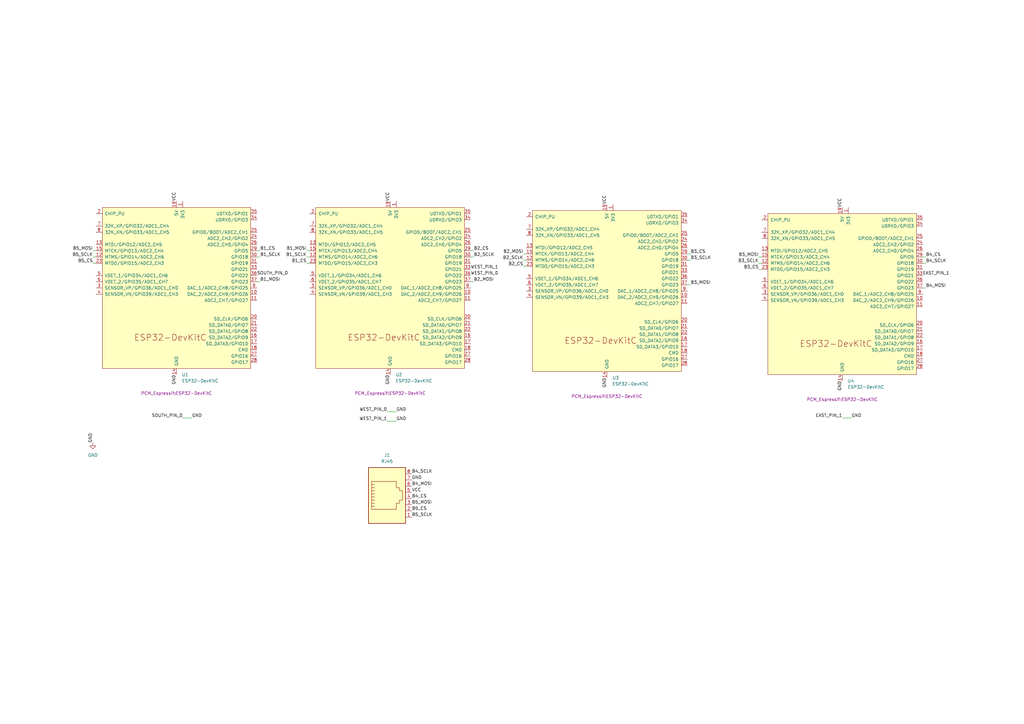
<source format=kicad_sch>
(kicad_sch (version 20231120) (generator "eeschema") (generator_version "8.0")
  (paper "A3")
  (lib_symbols
    (symbol "Connector:RJ45" (pin_names (offset 1.016))
      (property "Reference" "J" (at -5.08 13.97 0))
      (property "Value" "RJ45" (at 2.54 13.97 0))
      (symbol "RJ45_0_1"
        (polyline (pts (xy -5.08 4.445) (xy -6.35 4.445)))
        (polyline (pts (xy -5.08 5.715) (xy -6.35 5.715)))
        (polyline (pts (xy -6.35 -3.175) (xy -5.08 -3.175) (xy -5.08 -3.175)))
        (polyline (pts (xy -6.35 -1.905) (xy -5.08 -1.905) (xy -5.08 -1.905)))
        (polyline (pts (xy -6.35 -0.635) (xy -5.08 -0.635) (xy -5.08 -0.635)))
        (polyline (pts (xy -6.35 0.635) (xy -5.08 0.635) (xy -5.08 0.635)))
        (polyline (pts (xy -6.35 1.905) (xy -5.08 1.905) (xy -5.08 1.905)))
        (polyline (pts (xy -5.08 3.175) (xy -6.35 3.175) (xy -6.35 3.175)))
        (polyline (pts (xy -6.35 -4.445) (xy -6.35 6.985) (xy 3.81 6.985) (xy 3.81 4.445) (xy 5.08 4.445) (xy 5.08 3.175) (xy 6.35 3.175) (xy 6.35 -0.635) (xy 5.08 -0.635) (xy 5.08 -1.905) (xy 3.81 -1.905) (xy 3.81 -4.445) (xy -6.35 -4.445) (xy -6.35 -4.445)))
        (rectangle (start 7.62 12.7) (end -7.62 -10.16) (stroke (width 0.254)) (fill (type background)))
      )
      (symbol "RJ45_1_1"
        (pin passive line (at 10.16 -7.62 180) (length 2.54) (name "~") (number "1"))
        (pin passive line (at 10.16 -5.08 180) (length 2.54) (name "~") (number "2"))
        (pin passive line (at 10.16 -2.54 180) (length 2.54) (name "~") (number "3"))
        (pin passive line (at 10.16 0 180) (length 2.54) (name "~") (number "4"))
        (pin passive line (at 10.16 2.54 180) (length 2.54) (name "~") (number "5"))
        (pin passive line (at 10.16 5.08 180) (length 2.54) (name "~") (number "6"))
        (pin passive line (at 10.16 7.62 180) (length 2.54) (name "~") (number "7"))
        (pin passive line (at 10.16 10.16 180) (length 2.54) (name "~") (number "8"))
      )
    )
    (symbol "PCM_Espressif:ESP32-DevKitC" (pin_names (offset 1.016))
      (property "Reference" "U" (at -30.48 38.1 0))
      (property "Value" "ESP32-DevKitC" (at -30.48 35.56 0))
      (symbol "ESP32-DevKitC_0_0"
        (text "ESP32-DevKitC" (at -2.54 -20.32 0) (effects (font (size 2.54 2.54))))
        (pin power_in line (at 0 -35.56 90) (length 2.54) (name "GND") (number "14"))
        (pin power_in line (at 0 35.56 270) (length 2.54) (name "5V") (number "19"))
      )
      (symbol "ESP32-DevKitC_0_1"
        (rectangle (start -30.48 33.02) (end 30.48 -33.02) (fill (type background)))
      )
      (symbol "ESP32-DevKitC_1_1"
        (pin power_in line (at 2.54 35.56 270) (length 2.54) (name "3V3") (number "1"))
        (pin bidirectional line (at 33.02 -2.54 180) (length 2.54) (name "DAC_2/ADC2_CH9/GPIO26") (number "10"))
        (pin bidirectional line (at 33.02 -5.08 180) (length 2.54) (name "ADC2_CH7/GPIO27") (number "11"))
        (pin bidirectional line (at -33.02 12.7 0) (length 2.54) (name "MTMS/GPIO14/ADC2_CH6") (number "12"))
        (pin bidirectional line (at -33.02 17.78 0) (length 2.54) (name "MTDI/GPIO12/ADC2_CH5") (number "13"))
        (pin bidirectional line (at -33.02 15.24 0) (length 2.54) (name "MTCK/GPIO13/ADC2_CH4") (number "15"))
        (pin bidirectional line (at 33.02 -20.32 180) (length 2.54) (name "SD_DATA2/GPIO9") (number "16"))
        (pin bidirectional line (at 33.02 -22.86 180) (length 2.54) (name "SD_DATA3/GPIO10") (number "17"))
        (pin bidirectional line (at 33.02 -25.4 180) (length 2.54) (name "CMD") (number "18"))
        (pin input line (at -33.02 30.48 0) (length 2.54) (name "CHIP_PU") (number "2"))
        (pin bidirectional line (at 33.02 -12.7 180) (length 2.54) (name "SD_CLK/GPIO6") (number "20"))
        (pin bidirectional line (at 33.02 -15.24 180) (length 2.54) (name "SD_DATA0/GPIO7") (number "21"))
        (pin bidirectional line (at 33.02 -17.78 180) (length 2.54) (name "SD_DATA1/GPIO8") (number "22"))
        (pin bidirectional line (at -33.02 10.16 0) (length 2.54) (name "MTDO/GPIO15/ADC2_CH3") (number "23"))
        (pin bidirectional line (at 33.02 20.32 180) (length 2.54) (name "ADC2_CH2/GPIO2") (number "24"))
        (pin bidirectional line (at 33.02 22.86 180) (length 2.54) (name "GPIO0/BOOT/ADC2_CH1") (number "25"))
        (pin bidirectional line (at 33.02 17.78 180) (length 2.54) (name "ADC2_CH0/GPIO4") (number "26"))
        (pin bidirectional line (at 33.02 -27.94 180) (length 2.54) (name "GPIO16") (number "27"))
        (pin bidirectional line (at 33.02 -30.48 180) (length 2.54) (name "GPIO17") (number "28"))
        (pin bidirectional line (at 33.02 15.24 180) (length 2.54) (name "GPIO5") (number "29"))
        (pin input line (at -33.02 0 0) (length 2.54) (name "SENSOR_VP/GPIO36/ADC1_CH0") (number "3"))
        (pin bidirectional line (at 33.02 12.7 180) (length 2.54) (name "GPIO18") (number "30"))
        (pin bidirectional line (at 33.02 10.16 180) (length 2.54) (name "GPIO19") (number "31"))
        (pin passive line (at 0 -35.56 90) (length 2.54) hide (name "GND") (number "32"))
        (pin bidirectional line (at 33.02 7.62 180) (length 2.54) (name "GPIO21") (number "33"))
        (pin bidirectional line (at 33.02 27.94 180) (length 2.54) (name "U0RXD/GPIO3") (number "34"))
        (pin bidirectional line (at 33.02 30.48 180) (length 2.54) (name "U0TXD/GPIO1") (number "35"))
        (pin bidirectional line (at 33.02 5.08 180) (length 2.54) (name "GPIO22") (number "36"))
        (pin bidirectional line (at 33.02 2.54 180) (length 2.54) (name "GPIO23") (number "37"))
        (pin passive line (at 0 -35.56 90) (length 2.54) hide (name "GND") (number "38"))
        (pin input line (at -33.02 -2.54 0) (length 2.54) (name "SENSOR_VN/GPIO39/ADC1_CH3") (number "4"))
        (pin input line (at -33.02 5.08 0) (length 2.54) (name "VDET_1/GPIO34/ADC1_CH6") (number "5"))
        (pin input line (at -33.02 2.54 0) (length 2.54) (name "VDET_2/GPIO35/ADC1_CH7") (number "6"))
        (pin bidirectional line (at -33.02 25.4 0) (length 2.54) (name "32K_XP/GPIO32/ADC1_CH4") (number "7"))
        (pin bidirectional line (at -33.02 22.86 0) (length 2.54) (name "32K_XN/GPIO33/ADC1_CH5") (number "8"))
        (pin bidirectional line (at 33.02 0 180) (length 2.54) (name "DAC_1/ADC2_CH8/GPIO25") (number "9"))
      )
    )
    (symbol "power:GND" (power) (pin_numbers hide) (pin_names (offset 0) hide)
      (property "Value" "GND" (at 0 -3.81 0))
      (symbol "GND_0_1"
        (polyline (pts (xy 0 0) (xy 0 -1.27) (xy 1.27 -1.27) (xy 0 -2.54) (xy -1.27 -1.27) (xy 0 -1.27)))
      )
      (symbol "GND_1_1"
        (pin power_in line (at 0 0 270) (length 0) (name "~") (number "1"))
      )
    )
  )
  (wire (pts (xy 38.1 105.41) (xy 39.37 105.41)))
  (wire (pts (xy 125.73 107.95) (xy 127 107.95)))
  (wire (pts (xy 283.21 104.14) (xy 281.94 104.14)))
  (wire (pts (xy 38.1 102.87) (xy 39.37 102.87)))
  (wire (pts (xy 158.75 172.72) (xy 162.56 172.72)))
  (wire (pts (xy 379.73 107.95) (xy 378.46 107.95)))
  (wire (pts (xy 74.93 171.45) (xy 78.74 171.45)))
  (wire (pts (xy 194.31 102.87) (xy 193.04 102.87)))
  (wire (pts (xy 38.1 107.95) (xy 39.37 107.95)))
  (wire (pts (xy 106.68 115.57) (xy 105.41 115.57)))
  (wire (pts (xy 194.31 105.41) (xy 193.04 105.41)))
  (wire (pts (xy 158.75 168.91) (xy 162.56 168.91)))
  (wire (pts (xy 283.21 116.84) (xy 281.94 116.84)))
  (wire (pts (xy 214.63 109.22) (xy 215.9 109.22)))
  (wire (pts (xy 283.21 106.68) (xy 281.94 106.68)))
  (wire (pts (xy 214.63 104.14) (xy 215.9 104.14)))
  (wire (pts (xy 194.31 115.57) (xy 193.04 115.57)))
  (wire (pts (xy 125.73 105.41) (xy 127 105.41)))
  (wire (pts (xy 106.68 102.87) (xy 105.41 102.87)))
  (wire (pts (xy 214.63 106.68) (xy 215.9 106.68)))
  (wire (pts (xy 379.73 118.11) (xy 378.46 118.11)))
  (wire (pts (xy 311.15 105.41) (xy 312.42 105.41)))
  (wire (pts (xy 125.73 102.87) (xy 127 102.87)))
  (wire (pts (xy 345.44 171.45) (xy 349.25 171.45)))
  (wire (pts (xy 311.15 110.49) (xy 312.42 110.49)))
  (wire (pts (xy 106.68 105.41) (xy 105.41 105.41)))
  (wire (pts (xy 311.15 107.95) (xy 312.42 107.95)))
  (wire (pts (xy 379.73 105.41) (xy 378.46 105.41)))
  (label "VCC" (at 72.39 82.55 90))
  (label "SOUTH_PIN_0" (at 74.93 171.45 180))
  (label "GND" (at 162.56 172.72 0))
  (label "B3_MOSI" (at 283.21 116.84 0))
  (label "GND" (at 160.02 153.67 270))
  (label "B2_CS" (at 214.63 109.22 180))
  (label "VCC" (at 160.02 82.55 90))
  (label "B3_SCLK" (at 283.21 106.68 0))
  (label "GND" (at 78.74 171.45 0))
  (label "GND" (at 168.91 196.85 0))
  (label "B1_MOSI" (at 106.68 115.57 0))
  (label "B4_MOSI" (at 168.91 199.39 0))
  (label "GND" (at 248.92 154.94 270))
  (label "GND" (at 345.44 156.21 270))
  (label "WEST_PIN_1" (at 158.75 172.72 180))
  (label "B4_SCLK" (at 168.91 194.31 0))
  (label "GND" (at 349.25 171.45 0))
  (label "B2_CS" (at 194.31 102.87 0))
  (label "WEST_PIN_1" (at 193.04 110.49 0))
  (label "B4_SCLK" (at 379.73 107.95 0))
  (label "VCC" (at 168.91 201.93 0))
  (label "EAST_PIN_1" (at 378.46 113.03 0))
  (label "B4_CS" (at 379.73 105.41 0))
  (label "GND" (at 72.39 153.67 270))
  (label "B1_SCLK" (at 125.73 105.41 180))
  (label "B5_SCLK" (at 168.91 212.09 0))
  (label "B5_MOSI" (at 168.91 207.01 0))
  (label "B5_SCLK" (at 38.1 105.41 180))
  (label "VCC" (at 345.44 85.09 90))
  (label "B2_MOSI" (at 194.31 115.57 0))
  (label "WEST_PIN_0" (at 158.75 168.91 180))
  (label "B1_SCLK" (at 106.68 105.41 0))
  (label "B1_CS" (at 106.68 102.87 0))
  (label "B2_SCLK" (at 194.31 105.41 0))
  (label "B5_MOSI" (at 38.1 102.87 180))
  (label "B2_MOSI" (at 214.63 104.14 180))
  (label "B3_SCLK" (at 311.15 107.95 180))
  (label "B4_MOSI" (at 379.73 118.11 0))
  (label "B3_CS" (at 283.21 104.14 0))
  (label "B4_CS" (at 168.91 204.47 0))
  (label "B2_SCLK" (at 214.63 106.68 180))
  (label "B3_MOSI" (at 311.15 105.41 180))
  (label "EAST_PIN_1" (at 345.44 171.45 180))
  (label "B3_CS" (at 311.15 110.49 180))
  (label "B5_CS" (at 38.1 107.95 180))
  (label "B1_MOSI" (at 125.73 102.87 180))
  (label "WEST_PIN_0" (at 193.04 113.03 0))
  (label "GND" (at 38.1 181.61 90))
  (label "VCC" (at 248.92 83.82 90))
  (label "GND" (at 162.56 168.91 0))
  (label "SOUTH_PIN_0" (at 105.41 113.03 0))
  (label "B1_CS" (at 125.73 107.95 180))
  (label "B5_CS" (at 168.91 209.55 0))
  (symbol (lib_id "PCM_Espressif:ESP32-DevKitC") (at 72.39 118.11 0) (unit 1)
    (property "Reference" "U1" (at 74.5841 153.67 0) (effects (justify left)))
    (property "Value" "ESP32-DevKitC" (at 74.5841 156.21 0) (effects (justify left)))
    (property "Footprint" "PCM_Espressif:ESP32-DevKitC" (at 72.39 161.29 0))
    (property "Datasheet" "https://docs.espressif.com/projects/esp-idf/zh_CN/latest/esp32/hw-reference/esp32/get-started-devkitc.html" (effects (hide yes)))
    (property "Description" "Development Kit" (effects (hide yes)))
  )
  (symbol (lib_id "PCM_Espressif:ESP32-DevKitC") (at 160.02 118.11 0) (unit 1)
    (property "Reference" "U2" (at 162.2141 153.67 0) (effects (justify left)))
    (property "Value" "ESP32-DevKitC" (at 162.2141 156.21 0) (effects (justify left)))
    (property "Footprint" "PCM_Espressif:ESP32-DevKitC" (at 160.02 161.29 0))
    (property "Datasheet" "https://docs.espressif.com/projects/esp-idf/zh_CN/latest/esp32/hw-reference/esp32/get-started-devkitc.html" (effects (hide yes)))
    (property "Description" "Development Kit" (effects (hide yes)))
  )
  (symbol (lib_id "PCM_Espressif:ESP32-DevKitC") (at 248.92 119.38 0) (unit 1)
    (property "Reference" "U3" (at 251.1141 154.94 0) (effects (justify left)))
    (property "Value" "ESP32-DevKitC" (at 251.1141 157.48 0) (effects (justify left)))
    (property "Footprint" "PCM_Espressif:ESP32-DevKitC" (at 248.92 162.56 0))
    (property "Datasheet" "https://docs.espressif.com/projects/esp-idf/zh_CN/latest/esp32/hw-reference/esp32/get-started-devkitc.html" (effects (hide yes)))
    (property "Description" "Development Kit" (effects (hide yes)))
  )
  (symbol (lib_id "Connector:RJ45") (at 158.75 204.47 0) (unit 1)
    (property "Reference" "J1" (at 158.75 186.69 0))
    (property "Value" "RJ45" (at 158.75 189.23 0))
    (property "Footprint" "Connector_RJ:RJ45_Amphenol_RJMG1BD3B8K1ANR" (effects (hide yes)))
    (property "Description" "RJ connector, 8P8C (8 positions 8 connected)" (effects (hide yes)))
  )
  (symbol (lib_id "power:GND") (at 38.1 181.61 0) (unit 1)
    (property "Reference" "#PWR01" (effects (hide yes)))
    (property "Value" "GND" (at 38.1 186.69 0))
    (property "Description" "Power symbol creates a global label with name \"GND\" , ground" (effects (hide yes)))
  )
  (symbol (lib_id "PCM_Espressif:ESP32-DevKitC") (at 345.44 120.65 0) (unit 1)
    (property "Reference" "U4" (at 347.6341 156.21 0) (effects (justify left)))
    (property "Value" "ESP32-DevKitC" (at 347.6341 158.75 0) (effects (justify left)))
    (property "Footprint" "PCM_Espressif:ESP32-DevKitC" (at 345.44 163.83 0))
    (property "Datasheet" "https://docs.espressif.com/projects/esp-idf/zh_CN/latest/esp32/hw-reference/esp32/get-started-devkitc.html" (effects (hide yes)))
    (property "Description" "Development Kit" (effects (hide yes)))
  )
)
</source>
